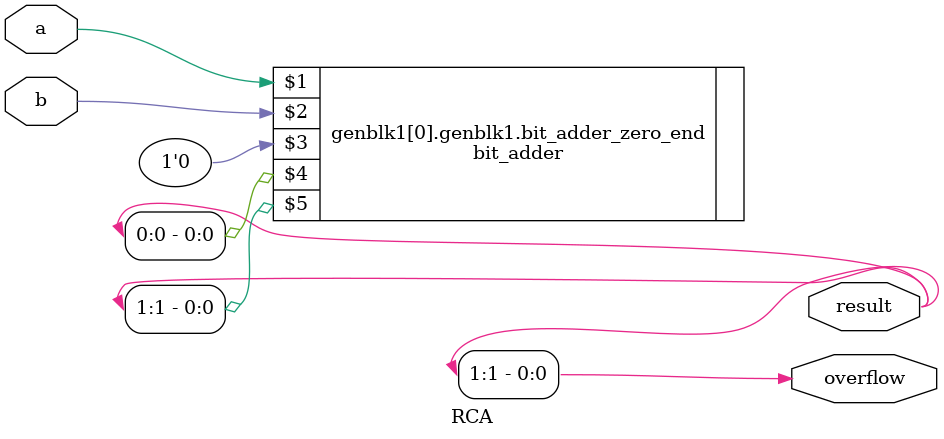
<source format=sv>
`include "bit_adder.sv"

module RCA 
#(
	parameter integer SIZE = 1
)
(
	input wire[SIZE - 1:0] a,
	input wire[SIZE - 1:0] b,
	output wire overflow,
	output wire[SIZE:0] result
);	

wire[SIZE - 1:0] carry;

generate
	genvar i;
	for(i = 0; i < SIZE; i = i + 1)
	begin
		
		if((i == 0) && (i == (SIZE - 1)))
		begin
			bit_adder bit_adder_zero_end
			(
				a[i],
				b[i],
				1'b0,
				result[i],
				result[i+1]
			);
		end
		else if(i == 0)
		begin
			bit_adder bit_adder_zero
			(
				a[i],
				b[i],
				1'b0,
				result[i],
				carry[i]
			);
		end
		else if(i == (SIZE - 1))
		begin
			bit_adder bit_adder_end
			(
				a[i],
				b[i],
				carry[i - 1],
				result[i],
				result[i+1]
			);
		end
		else
		begin
			bit_adder bit_adder_middle
			(
				a[i],
				b[i],
				carry[i - 1],
				result[i],
				carry[i]
			);
		end
	end
endgenerate

assign overflow = result[SIZE];

endmodule

</source>
